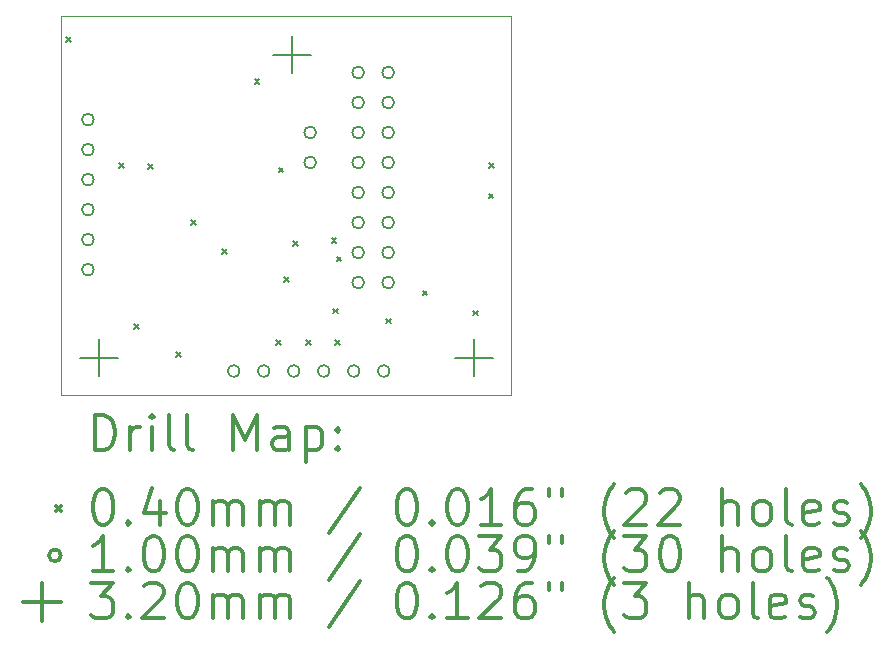
<source format=gbr>
%FSLAX45Y45*%
G04 Gerber Fmt 4.5, Leading zero omitted, Abs format (unit mm)*
G04 Created by KiCad (PCBNEW (5.1.2)-1) date 2022-03-08 20:03:51*
%MOMM*%
%LPD*%
G04 APERTURE LIST*
%ADD10C,0.050000*%
%ADD11C,0.200000*%
%ADD12C,0.300000*%
G04 APERTURE END LIST*
D10*
X22733000Y-8407400D02*
X18923000Y-8407400D01*
X22733000Y-11620500D02*
X22733000Y-8407400D01*
X18923000Y-11620500D02*
X22733000Y-11620500D01*
X18923000Y-8407400D02*
X18923000Y-11620500D01*
D11*
X18965500Y-8590600D02*
X19005500Y-8630600D01*
X19005500Y-8590600D02*
X18965500Y-8630600D01*
X19411000Y-9657400D02*
X19451000Y-9697400D01*
X19451000Y-9657400D02*
X19411000Y-9697400D01*
X19538000Y-11021400D02*
X19578000Y-11061400D01*
X19578000Y-11021400D02*
X19538000Y-11061400D01*
X19660534Y-9666765D02*
X19700534Y-9706765D01*
X19700534Y-9666765D02*
X19660534Y-9706765D01*
X19893600Y-11257600D02*
X19933600Y-11297600D01*
X19933600Y-11257600D02*
X19893600Y-11297600D01*
X20020600Y-10140000D02*
X20060600Y-10180000D01*
X20060600Y-10140000D02*
X20020600Y-10180000D01*
X20285750Y-10382850D02*
X20325750Y-10422850D01*
X20325750Y-10382850D02*
X20285750Y-10422850D01*
X20560350Y-8946200D02*
X20600350Y-8986200D01*
X20600350Y-8946200D02*
X20560350Y-8986200D01*
X20744500Y-11156000D02*
X20784500Y-11196000D01*
X20784500Y-11156000D02*
X20744500Y-11196000D01*
X20763550Y-9695500D02*
X20803550Y-9735500D01*
X20803550Y-9695500D02*
X20763550Y-9735500D01*
X20808000Y-10622600D02*
X20848000Y-10662600D01*
X20848000Y-10622600D02*
X20808000Y-10662600D01*
X20884200Y-10317800D02*
X20924200Y-10357800D01*
X20924200Y-10317800D02*
X20884200Y-10357800D01*
X20998500Y-11156000D02*
X21038500Y-11196000D01*
X21038500Y-11156000D02*
X20998500Y-11196000D01*
X21213793Y-10293007D02*
X21253793Y-10333007D01*
X21253793Y-10293007D02*
X21213793Y-10333007D01*
X21227100Y-10889300D02*
X21267100Y-10929300D01*
X21267100Y-10889300D02*
X21227100Y-10929300D01*
X21239800Y-11156000D02*
X21279800Y-11196000D01*
X21279800Y-11156000D02*
X21239800Y-11196000D01*
X21255484Y-10449234D02*
X21295484Y-10489234D01*
X21295484Y-10449234D02*
X21255484Y-10489234D01*
X21675100Y-10974700D02*
X21715100Y-11014700D01*
X21715100Y-10974700D02*
X21675100Y-11014700D01*
X21982750Y-10736900D02*
X22022750Y-10776900D01*
X22022750Y-10736900D02*
X21982750Y-10776900D01*
X22412359Y-10906159D02*
X22452359Y-10946159D01*
X22452359Y-10906159D02*
X22412359Y-10946159D01*
X22542607Y-9916693D02*
X22582607Y-9956693D01*
X22582607Y-9916693D02*
X22542607Y-9956693D01*
X22547900Y-9657400D02*
X22587900Y-9697400D01*
X22587900Y-9657400D02*
X22547900Y-9697400D01*
X19200000Y-9288000D02*
G75*
G03X19200000Y-9288000I-50000J0D01*
G01*
X19200000Y-9542000D02*
G75*
G03X19200000Y-9542000I-50000J0D01*
G01*
X19200000Y-9796000D02*
G75*
G03X19200000Y-9796000I-50000J0D01*
G01*
X19200000Y-10050000D02*
G75*
G03X19200000Y-10050000I-50000J0D01*
G01*
X19200000Y-10304000D02*
G75*
G03X19200000Y-10304000I-50000J0D01*
G01*
X19200000Y-10558000D02*
G75*
G03X19200000Y-10558000I-50000J0D01*
G01*
X21487600Y-8890000D02*
G75*
G03X21487600Y-8890000I-50000J0D01*
G01*
X21487600Y-9144000D02*
G75*
G03X21487600Y-9144000I-50000J0D01*
G01*
X21487600Y-9398000D02*
G75*
G03X21487600Y-9398000I-50000J0D01*
G01*
X21487600Y-9652000D02*
G75*
G03X21487600Y-9652000I-50000J0D01*
G01*
X21487600Y-9906000D02*
G75*
G03X21487600Y-9906000I-50000J0D01*
G01*
X21487600Y-10160000D02*
G75*
G03X21487600Y-10160000I-50000J0D01*
G01*
X21487600Y-10414000D02*
G75*
G03X21487600Y-10414000I-50000J0D01*
G01*
X21487600Y-10668000D02*
G75*
G03X21487600Y-10668000I-50000J0D01*
G01*
X21741600Y-8890000D02*
G75*
G03X21741600Y-8890000I-50000J0D01*
G01*
X21741600Y-9144000D02*
G75*
G03X21741600Y-9144000I-50000J0D01*
G01*
X21741600Y-9398000D02*
G75*
G03X21741600Y-9398000I-50000J0D01*
G01*
X21741600Y-9652000D02*
G75*
G03X21741600Y-9652000I-50000J0D01*
G01*
X21741600Y-9906000D02*
G75*
G03X21741600Y-9906000I-50000J0D01*
G01*
X21741600Y-10160000D02*
G75*
G03X21741600Y-10160000I-50000J0D01*
G01*
X21741600Y-10414000D02*
G75*
G03X21741600Y-10414000I-50000J0D01*
G01*
X21741600Y-10668000D02*
G75*
G03X21741600Y-10668000I-50000J0D01*
G01*
X20433500Y-11417300D02*
G75*
G03X20433500Y-11417300I-50000J0D01*
G01*
X20687500Y-11417300D02*
G75*
G03X20687500Y-11417300I-50000J0D01*
G01*
X20941500Y-11417300D02*
G75*
G03X20941500Y-11417300I-50000J0D01*
G01*
X21195500Y-11417300D02*
G75*
G03X21195500Y-11417300I-50000J0D01*
G01*
X21449500Y-11417300D02*
G75*
G03X21449500Y-11417300I-50000J0D01*
G01*
X21703500Y-11417300D02*
G75*
G03X21703500Y-11417300I-50000J0D01*
G01*
X21081200Y-9398000D02*
G75*
G03X21081200Y-9398000I-50000J0D01*
G01*
X21081200Y-9652000D02*
G75*
G03X21081200Y-9652000I-50000J0D01*
G01*
X19240500Y-11143000D02*
X19240500Y-11463000D01*
X19080500Y-11303000D02*
X19400500Y-11303000D01*
X22415500Y-11143000D02*
X22415500Y-11463000D01*
X22255500Y-11303000D02*
X22575500Y-11303000D01*
X20878800Y-8577600D02*
X20878800Y-8897600D01*
X20718800Y-8737600D02*
X21038800Y-8737600D01*
D12*
X19206928Y-12088714D02*
X19206928Y-11788714D01*
X19278357Y-11788714D01*
X19321214Y-11803000D01*
X19349786Y-11831571D01*
X19364071Y-11860143D01*
X19378357Y-11917286D01*
X19378357Y-11960143D01*
X19364071Y-12017286D01*
X19349786Y-12045857D01*
X19321214Y-12074429D01*
X19278357Y-12088714D01*
X19206928Y-12088714D01*
X19506928Y-12088714D02*
X19506928Y-11888714D01*
X19506928Y-11945857D02*
X19521214Y-11917286D01*
X19535500Y-11903000D01*
X19564071Y-11888714D01*
X19592643Y-11888714D01*
X19692643Y-12088714D02*
X19692643Y-11888714D01*
X19692643Y-11788714D02*
X19678357Y-11803000D01*
X19692643Y-11817286D01*
X19706928Y-11803000D01*
X19692643Y-11788714D01*
X19692643Y-11817286D01*
X19878357Y-12088714D02*
X19849786Y-12074429D01*
X19835500Y-12045857D01*
X19835500Y-11788714D01*
X20035500Y-12088714D02*
X20006928Y-12074429D01*
X19992643Y-12045857D01*
X19992643Y-11788714D01*
X20378357Y-12088714D02*
X20378357Y-11788714D01*
X20478357Y-12003000D01*
X20578357Y-11788714D01*
X20578357Y-12088714D01*
X20849786Y-12088714D02*
X20849786Y-11931571D01*
X20835500Y-11903000D01*
X20806928Y-11888714D01*
X20749786Y-11888714D01*
X20721214Y-11903000D01*
X20849786Y-12074429D02*
X20821214Y-12088714D01*
X20749786Y-12088714D01*
X20721214Y-12074429D01*
X20706928Y-12045857D01*
X20706928Y-12017286D01*
X20721214Y-11988714D01*
X20749786Y-11974429D01*
X20821214Y-11974429D01*
X20849786Y-11960143D01*
X20992643Y-11888714D02*
X20992643Y-12188714D01*
X20992643Y-11903000D02*
X21021214Y-11888714D01*
X21078357Y-11888714D01*
X21106928Y-11903000D01*
X21121214Y-11917286D01*
X21135500Y-11945857D01*
X21135500Y-12031571D01*
X21121214Y-12060143D01*
X21106928Y-12074429D01*
X21078357Y-12088714D01*
X21021214Y-12088714D01*
X20992643Y-12074429D01*
X21264071Y-12060143D02*
X21278357Y-12074429D01*
X21264071Y-12088714D01*
X21249786Y-12074429D01*
X21264071Y-12060143D01*
X21264071Y-12088714D01*
X21264071Y-11903000D02*
X21278357Y-11917286D01*
X21264071Y-11931571D01*
X21249786Y-11917286D01*
X21264071Y-11903000D01*
X21264071Y-11931571D01*
X18880500Y-12563000D02*
X18920500Y-12603000D01*
X18920500Y-12563000D02*
X18880500Y-12603000D01*
X19264071Y-12418714D02*
X19292643Y-12418714D01*
X19321214Y-12433000D01*
X19335500Y-12447286D01*
X19349786Y-12475857D01*
X19364071Y-12533000D01*
X19364071Y-12604429D01*
X19349786Y-12661571D01*
X19335500Y-12690143D01*
X19321214Y-12704429D01*
X19292643Y-12718714D01*
X19264071Y-12718714D01*
X19235500Y-12704429D01*
X19221214Y-12690143D01*
X19206928Y-12661571D01*
X19192643Y-12604429D01*
X19192643Y-12533000D01*
X19206928Y-12475857D01*
X19221214Y-12447286D01*
X19235500Y-12433000D01*
X19264071Y-12418714D01*
X19492643Y-12690143D02*
X19506928Y-12704429D01*
X19492643Y-12718714D01*
X19478357Y-12704429D01*
X19492643Y-12690143D01*
X19492643Y-12718714D01*
X19764071Y-12518714D02*
X19764071Y-12718714D01*
X19692643Y-12404429D02*
X19621214Y-12618714D01*
X19806928Y-12618714D01*
X19978357Y-12418714D02*
X20006928Y-12418714D01*
X20035500Y-12433000D01*
X20049786Y-12447286D01*
X20064071Y-12475857D01*
X20078357Y-12533000D01*
X20078357Y-12604429D01*
X20064071Y-12661571D01*
X20049786Y-12690143D01*
X20035500Y-12704429D01*
X20006928Y-12718714D01*
X19978357Y-12718714D01*
X19949786Y-12704429D01*
X19935500Y-12690143D01*
X19921214Y-12661571D01*
X19906928Y-12604429D01*
X19906928Y-12533000D01*
X19921214Y-12475857D01*
X19935500Y-12447286D01*
X19949786Y-12433000D01*
X19978357Y-12418714D01*
X20206928Y-12718714D02*
X20206928Y-12518714D01*
X20206928Y-12547286D02*
X20221214Y-12533000D01*
X20249786Y-12518714D01*
X20292643Y-12518714D01*
X20321214Y-12533000D01*
X20335500Y-12561571D01*
X20335500Y-12718714D01*
X20335500Y-12561571D02*
X20349786Y-12533000D01*
X20378357Y-12518714D01*
X20421214Y-12518714D01*
X20449786Y-12533000D01*
X20464071Y-12561571D01*
X20464071Y-12718714D01*
X20606928Y-12718714D02*
X20606928Y-12518714D01*
X20606928Y-12547286D02*
X20621214Y-12533000D01*
X20649786Y-12518714D01*
X20692643Y-12518714D01*
X20721214Y-12533000D01*
X20735500Y-12561571D01*
X20735500Y-12718714D01*
X20735500Y-12561571D02*
X20749786Y-12533000D01*
X20778357Y-12518714D01*
X20821214Y-12518714D01*
X20849786Y-12533000D01*
X20864071Y-12561571D01*
X20864071Y-12718714D01*
X21449786Y-12404429D02*
X21192643Y-12790143D01*
X21835500Y-12418714D02*
X21864071Y-12418714D01*
X21892643Y-12433000D01*
X21906928Y-12447286D01*
X21921214Y-12475857D01*
X21935500Y-12533000D01*
X21935500Y-12604429D01*
X21921214Y-12661571D01*
X21906928Y-12690143D01*
X21892643Y-12704429D01*
X21864071Y-12718714D01*
X21835500Y-12718714D01*
X21806928Y-12704429D01*
X21792643Y-12690143D01*
X21778357Y-12661571D01*
X21764071Y-12604429D01*
X21764071Y-12533000D01*
X21778357Y-12475857D01*
X21792643Y-12447286D01*
X21806928Y-12433000D01*
X21835500Y-12418714D01*
X22064071Y-12690143D02*
X22078357Y-12704429D01*
X22064071Y-12718714D01*
X22049786Y-12704429D01*
X22064071Y-12690143D01*
X22064071Y-12718714D01*
X22264071Y-12418714D02*
X22292643Y-12418714D01*
X22321214Y-12433000D01*
X22335500Y-12447286D01*
X22349786Y-12475857D01*
X22364071Y-12533000D01*
X22364071Y-12604429D01*
X22349786Y-12661571D01*
X22335500Y-12690143D01*
X22321214Y-12704429D01*
X22292643Y-12718714D01*
X22264071Y-12718714D01*
X22235500Y-12704429D01*
X22221214Y-12690143D01*
X22206928Y-12661571D01*
X22192643Y-12604429D01*
X22192643Y-12533000D01*
X22206928Y-12475857D01*
X22221214Y-12447286D01*
X22235500Y-12433000D01*
X22264071Y-12418714D01*
X22649786Y-12718714D02*
X22478357Y-12718714D01*
X22564071Y-12718714D02*
X22564071Y-12418714D01*
X22535500Y-12461571D01*
X22506928Y-12490143D01*
X22478357Y-12504429D01*
X22906928Y-12418714D02*
X22849786Y-12418714D01*
X22821214Y-12433000D01*
X22806928Y-12447286D01*
X22778357Y-12490143D01*
X22764071Y-12547286D01*
X22764071Y-12661571D01*
X22778357Y-12690143D01*
X22792643Y-12704429D01*
X22821214Y-12718714D01*
X22878357Y-12718714D01*
X22906928Y-12704429D01*
X22921214Y-12690143D01*
X22935500Y-12661571D01*
X22935500Y-12590143D01*
X22921214Y-12561571D01*
X22906928Y-12547286D01*
X22878357Y-12533000D01*
X22821214Y-12533000D01*
X22792643Y-12547286D01*
X22778357Y-12561571D01*
X22764071Y-12590143D01*
X23049786Y-12418714D02*
X23049786Y-12475857D01*
X23164071Y-12418714D02*
X23164071Y-12475857D01*
X23606928Y-12833000D02*
X23592643Y-12818714D01*
X23564071Y-12775857D01*
X23549786Y-12747286D01*
X23535500Y-12704429D01*
X23521214Y-12633000D01*
X23521214Y-12575857D01*
X23535500Y-12504429D01*
X23549786Y-12461571D01*
X23564071Y-12433000D01*
X23592643Y-12390143D01*
X23606928Y-12375857D01*
X23706928Y-12447286D02*
X23721214Y-12433000D01*
X23749786Y-12418714D01*
X23821214Y-12418714D01*
X23849786Y-12433000D01*
X23864071Y-12447286D01*
X23878357Y-12475857D01*
X23878357Y-12504429D01*
X23864071Y-12547286D01*
X23692643Y-12718714D01*
X23878357Y-12718714D01*
X23992643Y-12447286D02*
X24006928Y-12433000D01*
X24035500Y-12418714D01*
X24106928Y-12418714D01*
X24135500Y-12433000D01*
X24149786Y-12447286D01*
X24164071Y-12475857D01*
X24164071Y-12504429D01*
X24149786Y-12547286D01*
X23978357Y-12718714D01*
X24164071Y-12718714D01*
X24521214Y-12718714D02*
X24521214Y-12418714D01*
X24649786Y-12718714D02*
X24649786Y-12561571D01*
X24635500Y-12533000D01*
X24606928Y-12518714D01*
X24564071Y-12518714D01*
X24535500Y-12533000D01*
X24521214Y-12547286D01*
X24835500Y-12718714D02*
X24806928Y-12704429D01*
X24792643Y-12690143D01*
X24778357Y-12661571D01*
X24778357Y-12575857D01*
X24792643Y-12547286D01*
X24806928Y-12533000D01*
X24835500Y-12518714D01*
X24878357Y-12518714D01*
X24906928Y-12533000D01*
X24921214Y-12547286D01*
X24935500Y-12575857D01*
X24935500Y-12661571D01*
X24921214Y-12690143D01*
X24906928Y-12704429D01*
X24878357Y-12718714D01*
X24835500Y-12718714D01*
X25106928Y-12718714D02*
X25078357Y-12704429D01*
X25064071Y-12675857D01*
X25064071Y-12418714D01*
X25335500Y-12704429D02*
X25306928Y-12718714D01*
X25249786Y-12718714D01*
X25221214Y-12704429D01*
X25206928Y-12675857D01*
X25206928Y-12561571D01*
X25221214Y-12533000D01*
X25249786Y-12518714D01*
X25306928Y-12518714D01*
X25335500Y-12533000D01*
X25349786Y-12561571D01*
X25349786Y-12590143D01*
X25206928Y-12618714D01*
X25464071Y-12704429D02*
X25492643Y-12718714D01*
X25549786Y-12718714D01*
X25578357Y-12704429D01*
X25592643Y-12675857D01*
X25592643Y-12661571D01*
X25578357Y-12633000D01*
X25549786Y-12618714D01*
X25506928Y-12618714D01*
X25478357Y-12604429D01*
X25464071Y-12575857D01*
X25464071Y-12561571D01*
X25478357Y-12533000D01*
X25506928Y-12518714D01*
X25549786Y-12518714D01*
X25578357Y-12533000D01*
X25692643Y-12833000D02*
X25706928Y-12818714D01*
X25735500Y-12775857D01*
X25749786Y-12747286D01*
X25764071Y-12704429D01*
X25778357Y-12633000D01*
X25778357Y-12575857D01*
X25764071Y-12504429D01*
X25749786Y-12461571D01*
X25735500Y-12433000D01*
X25706928Y-12390143D01*
X25692643Y-12375857D01*
X18920500Y-12979000D02*
G75*
G03X18920500Y-12979000I-50000J0D01*
G01*
X19364071Y-13114714D02*
X19192643Y-13114714D01*
X19278357Y-13114714D02*
X19278357Y-12814714D01*
X19249786Y-12857571D01*
X19221214Y-12886143D01*
X19192643Y-12900429D01*
X19492643Y-13086143D02*
X19506928Y-13100429D01*
X19492643Y-13114714D01*
X19478357Y-13100429D01*
X19492643Y-13086143D01*
X19492643Y-13114714D01*
X19692643Y-12814714D02*
X19721214Y-12814714D01*
X19749786Y-12829000D01*
X19764071Y-12843286D01*
X19778357Y-12871857D01*
X19792643Y-12929000D01*
X19792643Y-13000429D01*
X19778357Y-13057571D01*
X19764071Y-13086143D01*
X19749786Y-13100429D01*
X19721214Y-13114714D01*
X19692643Y-13114714D01*
X19664071Y-13100429D01*
X19649786Y-13086143D01*
X19635500Y-13057571D01*
X19621214Y-13000429D01*
X19621214Y-12929000D01*
X19635500Y-12871857D01*
X19649786Y-12843286D01*
X19664071Y-12829000D01*
X19692643Y-12814714D01*
X19978357Y-12814714D02*
X20006928Y-12814714D01*
X20035500Y-12829000D01*
X20049786Y-12843286D01*
X20064071Y-12871857D01*
X20078357Y-12929000D01*
X20078357Y-13000429D01*
X20064071Y-13057571D01*
X20049786Y-13086143D01*
X20035500Y-13100429D01*
X20006928Y-13114714D01*
X19978357Y-13114714D01*
X19949786Y-13100429D01*
X19935500Y-13086143D01*
X19921214Y-13057571D01*
X19906928Y-13000429D01*
X19906928Y-12929000D01*
X19921214Y-12871857D01*
X19935500Y-12843286D01*
X19949786Y-12829000D01*
X19978357Y-12814714D01*
X20206928Y-13114714D02*
X20206928Y-12914714D01*
X20206928Y-12943286D02*
X20221214Y-12929000D01*
X20249786Y-12914714D01*
X20292643Y-12914714D01*
X20321214Y-12929000D01*
X20335500Y-12957571D01*
X20335500Y-13114714D01*
X20335500Y-12957571D02*
X20349786Y-12929000D01*
X20378357Y-12914714D01*
X20421214Y-12914714D01*
X20449786Y-12929000D01*
X20464071Y-12957571D01*
X20464071Y-13114714D01*
X20606928Y-13114714D02*
X20606928Y-12914714D01*
X20606928Y-12943286D02*
X20621214Y-12929000D01*
X20649786Y-12914714D01*
X20692643Y-12914714D01*
X20721214Y-12929000D01*
X20735500Y-12957571D01*
X20735500Y-13114714D01*
X20735500Y-12957571D02*
X20749786Y-12929000D01*
X20778357Y-12914714D01*
X20821214Y-12914714D01*
X20849786Y-12929000D01*
X20864071Y-12957571D01*
X20864071Y-13114714D01*
X21449786Y-12800429D02*
X21192643Y-13186143D01*
X21835500Y-12814714D02*
X21864071Y-12814714D01*
X21892643Y-12829000D01*
X21906928Y-12843286D01*
X21921214Y-12871857D01*
X21935500Y-12929000D01*
X21935500Y-13000429D01*
X21921214Y-13057571D01*
X21906928Y-13086143D01*
X21892643Y-13100429D01*
X21864071Y-13114714D01*
X21835500Y-13114714D01*
X21806928Y-13100429D01*
X21792643Y-13086143D01*
X21778357Y-13057571D01*
X21764071Y-13000429D01*
X21764071Y-12929000D01*
X21778357Y-12871857D01*
X21792643Y-12843286D01*
X21806928Y-12829000D01*
X21835500Y-12814714D01*
X22064071Y-13086143D02*
X22078357Y-13100429D01*
X22064071Y-13114714D01*
X22049786Y-13100429D01*
X22064071Y-13086143D01*
X22064071Y-13114714D01*
X22264071Y-12814714D02*
X22292643Y-12814714D01*
X22321214Y-12829000D01*
X22335500Y-12843286D01*
X22349786Y-12871857D01*
X22364071Y-12929000D01*
X22364071Y-13000429D01*
X22349786Y-13057571D01*
X22335500Y-13086143D01*
X22321214Y-13100429D01*
X22292643Y-13114714D01*
X22264071Y-13114714D01*
X22235500Y-13100429D01*
X22221214Y-13086143D01*
X22206928Y-13057571D01*
X22192643Y-13000429D01*
X22192643Y-12929000D01*
X22206928Y-12871857D01*
X22221214Y-12843286D01*
X22235500Y-12829000D01*
X22264071Y-12814714D01*
X22464071Y-12814714D02*
X22649786Y-12814714D01*
X22549786Y-12929000D01*
X22592643Y-12929000D01*
X22621214Y-12943286D01*
X22635500Y-12957571D01*
X22649786Y-12986143D01*
X22649786Y-13057571D01*
X22635500Y-13086143D01*
X22621214Y-13100429D01*
X22592643Y-13114714D01*
X22506928Y-13114714D01*
X22478357Y-13100429D01*
X22464071Y-13086143D01*
X22792643Y-13114714D02*
X22849786Y-13114714D01*
X22878357Y-13100429D01*
X22892643Y-13086143D01*
X22921214Y-13043286D01*
X22935500Y-12986143D01*
X22935500Y-12871857D01*
X22921214Y-12843286D01*
X22906928Y-12829000D01*
X22878357Y-12814714D01*
X22821214Y-12814714D01*
X22792643Y-12829000D01*
X22778357Y-12843286D01*
X22764071Y-12871857D01*
X22764071Y-12943286D01*
X22778357Y-12971857D01*
X22792643Y-12986143D01*
X22821214Y-13000429D01*
X22878357Y-13000429D01*
X22906928Y-12986143D01*
X22921214Y-12971857D01*
X22935500Y-12943286D01*
X23049786Y-12814714D02*
X23049786Y-12871857D01*
X23164071Y-12814714D02*
X23164071Y-12871857D01*
X23606928Y-13229000D02*
X23592643Y-13214714D01*
X23564071Y-13171857D01*
X23549786Y-13143286D01*
X23535500Y-13100429D01*
X23521214Y-13029000D01*
X23521214Y-12971857D01*
X23535500Y-12900429D01*
X23549786Y-12857571D01*
X23564071Y-12829000D01*
X23592643Y-12786143D01*
X23606928Y-12771857D01*
X23692643Y-12814714D02*
X23878357Y-12814714D01*
X23778357Y-12929000D01*
X23821214Y-12929000D01*
X23849786Y-12943286D01*
X23864071Y-12957571D01*
X23878357Y-12986143D01*
X23878357Y-13057571D01*
X23864071Y-13086143D01*
X23849786Y-13100429D01*
X23821214Y-13114714D01*
X23735500Y-13114714D01*
X23706928Y-13100429D01*
X23692643Y-13086143D01*
X24064071Y-12814714D02*
X24092643Y-12814714D01*
X24121214Y-12829000D01*
X24135500Y-12843286D01*
X24149786Y-12871857D01*
X24164071Y-12929000D01*
X24164071Y-13000429D01*
X24149786Y-13057571D01*
X24135500Y-13086143D01*
X24121214Y-13100429D01*
X24092643Y-13114714D01*
X24064071Y-13114714D01*
X24035500Y-13100429D01*
X24021214Y-13086143D01*
X24006928Y-13057571D01*
X23992643Y-13000429D01*
X23992643Y-12929000D01*
X24006928Y-12871857D01*
X24021214Y-12843286D01*
X24035500Y-12829000D01*
X24064071Y-12814714D01*
X24521214Y-13114714D02*
X24521214Y-12814714D01*
X24649786Y-13114714D02*
X24649786Y-12957571D01*
X24635500Y-12929000D01*
X24606928Y-12914714D01*
X24564071Y-12914714D01*
X24535500Y-12929000D01*
X24521214Y-12943286D01*
X24835500Y-13114714D02*
X24806928Y-13100429D01*
X24792643Y-13086143D01*
X24778357Y-13057571D01*
X24778357Y-12971857D01*
X24792643Y-12943286D01*
X24806928Y-12929000D01*
X24835500Y-12914714D01*
X24878357Y-12914714D01*
X24906928Y-12929000D01*
X24921214Y-12943286D01*
X24935500Y-12971857D01*
X24935500Y-13057571D01*
X24921214Y-13086143D01*
X24906928Y-13100429D01*
X24878357Y-13114714D01*
X24835500Y-13114714D01*
X25106928Y-13114714D02*
X25078357Y-13100429D01*
X25064071Y-13071857D01*
X25064071Y-12814714D01*
X25335500Y-13100429D02*
X25306928Y-13114714D01*
X25249786Y-13114714D01*
X25221214Y-13100429D01*
X25206928Y-13071857D01*
X25206928Y-12957571D01*
X25221214Y-12929000D01*
X25249786Y-12914714D01*
X25306928Y-12914714D01*
X25335500Y-12929000D01*
X25349786Y-12957571D01*
X25349786Y-12986143D01*
X25206928Y-13014714D01*
X25464071Y-13100429D02*
X25492643Y-13114714D01*
X25549786Y-13114714D01*
X25578357Y-13100429D01*
X25592643Y-13071857D01*
X25592643Y-13057571D01*
X25578357Y-13029000D01*
X25549786Y-13014714D01*
X25506928Y-13014714D01*
X25478357Y-13000429D01*
X25464071Y-12971857D01*
X25464071Y-12957571D01*
X25478357Y-12929000D01*
X25506928Y-12914714D01*
X25549786Y-12914714D01*
X25578357Y-12929000D01*
X25692643Y-13229000D02*
X25706928Y-13214714D01*
X25735500Y-13171857D01*
X25749786Y-13143286D01*
X25764071Y-13100429D01*
X25778357Y-13029000D01*
X25778357Y-12971857D01*
X25764071Y-12900429D01*
X25749786Y-12857571D01*
X25735500Y-12829000D01*
X25706928Y-12786143D01*
X25692643Y-12771857D01*
X18760500Y-13215000D02*
X18760500Y-13535000D01*
X18600500Y-13375000D02*
X18920500Y-13375000D01*
X19178357Y-13210714D02*
X19364071Y-13210714D01*
X19264071Y-13325000D01*
X19306928Y-13325000D01*
X19335500Y-13339286D01*
X19349786Y-13353571D01*
X19364071Y-13382143D01*
X19364071Y-13453571D01*
X19349786Y-13482143D01*
X19335500Y-13496429D01*
X19306928Y-13510714D01*
X19221214Y-13510714D01*
X19192643Y-13496429D01*
X19178357Y-13482143D01*
X19492643Y-13482143D02*
X19506928Y-13496429D01*
X19492643Y-13510714D01*
X19478357Y-13496429D01*
X19492643Y-13482143D01*
X19492643Y-13510714D01*
X19621214Y-13239286D02*
X19635500Y-13225000D01*
X19664071Y-13210714D01*
X19735500Y-13210714D01*
X19764071Y-13225000D01*
X19778357Y-13239286D01*
X19792643Y-13267857D01*
X19792643Y-13296429D01*
X19778357Y-13339286D01*
X19606928Y-13510714D01*
X19792643Y-13510714D01*
X19978357Y-13210714D02*
X20006928Y-13210714D01*
X20035500Y-13225000D01*
X20049786Y-13239286D01*
X20064071Y-13267857D01*
X20078357Y-13325000D01*
X20078357Y-13396429D01*
X20064071Y-13453571D01*
X20049786Y-13482143D01*
X20035500Y-13496429D01*
X20006928Y-13510714D01*
X19978357Y-13510714D01*
X19949786Y-13496429D01*
X19935500Y-13482143D01*
X19921214Y-13453571D01*
X19906928Y-13396429D01*
X19906928Y-13325000D01*
X19921214Y-13267857D01*
X19935500Y-13239286D01*
X19949786Y-13225000D01*
X19978357Y-13210714D01*
X20206928Y-13510714D02*
X20206928Y-13310714D01*
X20206928Y-13339286D02*
X20221214Y-13325000D01*
X20249786Y-13310714D01*
X20292643Y-13310714D01*
X20321214Y-13325000D01*
X20335500Y-13353571D01*
X20335500Y-13510714D01*
X20335500Y-13353571D02*
X20349786Y-13325000D01*
X20378357Y-13310714D01*
X20421214Y-13310714D01*
X20449786Y-13325000D01*
X20464071Y-13353571D01*
X20464071Y-13510714D01*
X20606928Y-13510714D02*
X20606928Y-13310714D01*
X20606928Y-13339286D02*
X20621214Y-13325000D01*
X20649786Y-13310714D01*
X20692643Y-13310714D01*
X20721214Y-13325000D01*
X20735500Y-13353571D01*
X20735500Y-13510714D01*
X20735500Y-13353571D02*
X20749786Y-13325000D01*
X20778357Y-13310714D01*
X20821214Y-13310714D01*
X20849786Y-13325000D01*
X20864071Y-13353571D01*
X20864071Y-13510714D01*
X21449786Y-13196429D02*
X21192643Y-13582143D01*
X21835500Y-13210714D02*
X21864071Y-13210714D01*
X21892643Y-13225000D01*
X21906928Y-13239286D01*
X21921214Y-13267857D01*
X21935500Y-13325000D01*
X21935500Y-13396429D01*
X21921214Y-13453571D01*
X21906928Y-13482143D01*
X21892643Y-13496429D01*
X21864071Y-13510714D01*
X21835500Y-13510714D01*
X21806928Y-13496429D01*
X21792643Y-13482143D01*
X21778357Y-13453571D01*
X21764071Y-13396429D01*
X21764071Y-13325000D01*
X21778357Y-13267857D01*
X21792643Y-13239286D01*
X21806928Y-13225000D01*
X21835500Y-13210714D01*
X22064071Y-13482143D02*
X22078357Y-13496429D01*
X22064071Y-13510714D01*
X22049786Y-13496429D01*
X22064071Y-13482143D01*
X22064071Y-13510714D01*
X22364071Y-13510714D02*
X22192643Y-13510714D01*
X22278357Y-13510714D02*
X22278357Y-13210714D01*
X22249786Y-13253571D01*
X22221214Y-13282143D01*
X22192643Y-13296429D01*
X22478357Y-13239286D02*
X22492643Y-13225000D01*
X22521214Y-13210714D01*
X22592643Y-13210714D01*
X22621214Y-13225000D01*
X22635500Y-13239286D01*
X22649786Y-13267857D01*
X22649786Y-13296429D01*
X22635500Y-13339286D01*
X22464071Y-13510714D01*
X22649786Y-13510714D01*
X22906928Y-13210714D02*
X22849786Y-13210714D01*
X22821214Y-13225000D01*
X22806928Y-13239286D01*
X22778357Y-13282143D01*
X22764071Y-13339286D01*
X22764071Y-13453571D01*
X22778357Y-13482143D01*
X22792643Y-13496429D01*
X22821214Y-13510714D01*
X22878357Y-13510714D01*
X22906928Y-13496429D01*
X22921214Y-13482143D01*
X22935500Y-13453571D01*
X22935500Y-13382143D01*
X22921214Y-13353571D01*
X22906928Y-13339286D01*
X22878357Y-13325000D01*
X22821214Y-13325000D01*
X22792643Y-13339286D01*
X22778357Y-13353571D01*
X22764071Y-13382143D01*
X23049786Y-13210714D02*
X23049786Y-13267857D01*
X23164071Y-13210714D02*
X23164071Y-13267857D01*
X23606928Y-13625000D02*
X23592643Y-13610714D01*
X23564071Y-13567857D01*
X23549786Y-13539286D01*
X23535500Y-13496429D01*
X23521214Y-13425000D01*
X23521214Y-13367857D01*
X23535500Y-13296429D01*
X23549786Y-13253571D01*
X23564071Y-13225000D01*
X23592643Y-13182143D01*
X23606928Y-13167857D01*
X23692643Y-13210714D02*
X23878357Y-13210714D01*
X23778357Y-13325000D01*
X23821214Y-13325000D01*
X23849786Y-13339286D01*
X23864071Y-13353571D01*
X23878357Y-13382143D01*
X23878357Y-13453571D01*
X23864071Y-13482143D01*
X23849786Y-13496429D01*
X23821214Y-13510714D01*
X23735500Y-13510714D01*
X23706928Y-13496429D01*
X23692643Y-13482143D01*
X24235500Y-13510714D02*
X24235500Y-13210714D01*
X24364071Y-13510714D02*
X24364071Y-13353571D01*
X24349786Y-13325000D01*
X24321214Y-13310714D01*
X24278357Y-13310714D01*
X24249786Y-13325000D01*
X24235500Y-13339286D01*
X24549786Y-13510714D02*
X24521214Y-13496429D01*
X24506928Y-13482143D01*
X24492643Y-13453571D01*
X24492643Y-13367857D01*
X24506928Y-13339286D01*
X24521214Y-13325000D01*
X24549786Y-13310714D01*
X24592643Y-13310714D01*
X24621214Y-13325000D01*
X24635500Y-13339286D01*
X24649786Y-13367857D01*
X24649786Y-13453571D01*
X24635500Y-13482143D01*
X24621214Y-13496429D01*
X24592643Y-13510714D01*
X24549786Y-13510714D01*
X24821214Y-13510714D02*
X24792643Y-13496429D01*
X24778357Y-13467857D01*
X24778357Y-13210714D01*
X25049786Y-13496429D02*
X25021214Y-13510714D01*
X24964071Y-13510714D01*
X24935500Y-13496429D01*
X24921214Y-13467857D01*
X24921214Y-13353571D01*
X24935500Y-13325000D01*
X24964071Y-13310714D01*
X25021214Y-13310714D01*
X25049786Y-13325000D01*
X25064071Y-13353571D01*
X25064071Y-13382143D01*
X24921214Y-13410714D01*
X25178357Y-13496429D02*
X25206928Y-13510714D01*
X25264071Y-13510714D01*
X25292643Y-13496429D01*
X25306928Y-13467857D01*
X25306928Y-13453571D01*
X25292643Y-13425000D01*
X25264071Y-13410714D01*
X25221214Y-13410714D01*
X25192643Y-13396429D01*
X25178357Y-13367857D01*
X25178357Y-13353571D01*
X25192643Y-13325000D01*
X25221214Y-13310714D01*
X25264071Y-13310714D01*
X25292643Y-13325000D01*
X25406928Y-13625000D02*
X25421214Y-13610714D01*
X25449786Y-13567857D01*
X25464071Y-13539286D01*
X25478357Y-13496429D01*
X25492643Y-13425000D01*
X25492643Y-13367857D01*
X25478357Y-13296429D01*
X25464071Y-13253571D01*
X25449786Y-13225000D01*
X25421214Y-13182143D01*
X25406928Y-13167857D01*
M02*

</source>
